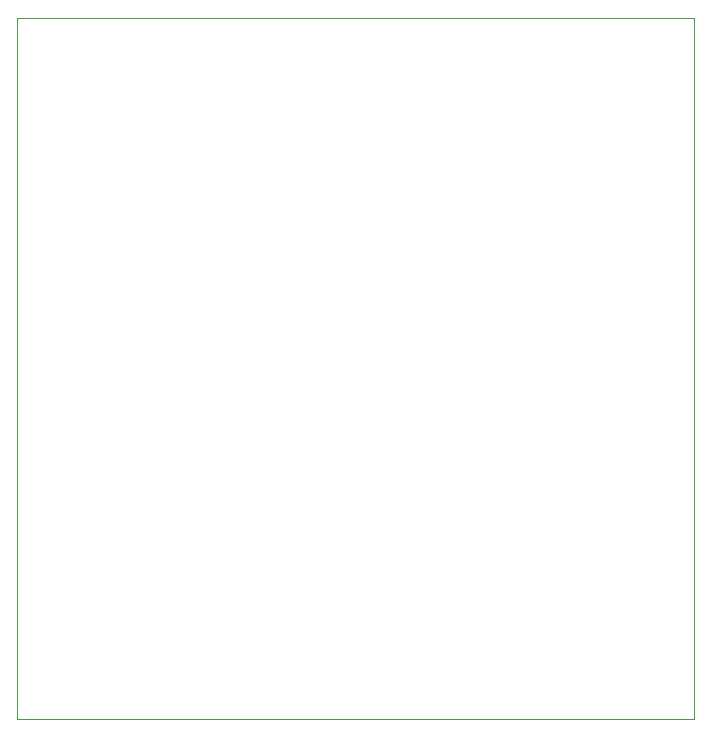
<source format=gm1>
G04 #@! TF.GenerationSoftware,KiCad,Pcbnew,9.0.2*
G04 #@! TF.CreationDate,2025-06-17T21:40:11-05:00*
G04 #@! TF.ProjectId,hackapad_but_kerbal,6861636b-6170-4616-945f-6275745f6b65,rev?*
G04 #@! TF.SameCoordinates,Original*
G04 #@! TF.FileFunction,Profile,NP*
%FSLAX46Y46*%
G04 Gerber Fmt 4.6, Leading zero omitted, Abs format (unit mm)*
G04 Created by KiCad (PCBNEW 9.0.2) date 2025-06-17 21:40:11*
%MOMM*%
%LPD*%
G01*
G04 APERTURE LIST*
G04 #@! TA.AperFunction,Profile*
%ADD10C,0.050000*%
G04 #@! TD*
G04 APERTURE END LIST*
D10*
X98400000Y-61700000D02*
X155700000Y-61700000D01*
X155700000Y-121100000D01*
X98400000Y-121100000D01*
X98400000Y-61700000D01*
M02*

</source>
